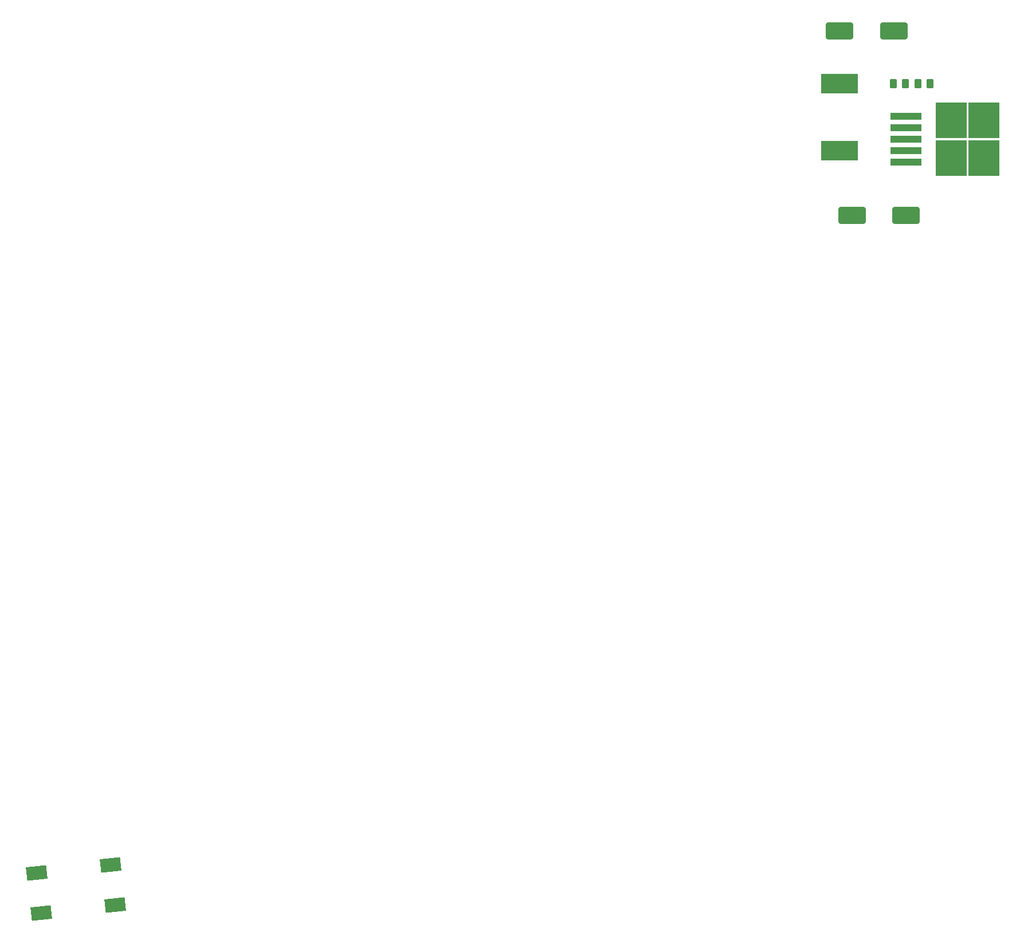
<source format=gbr>
%TF.GenerationSoftware,KiCad,Pcbnew,(6.0.1)*%
%TF.CreationDate,2022-03-18T19:46:04+01:00*%
%TF.ProjectId,pcb_v1,7063625f-7631-42e6-9b69-6361645f7063,v1*%
%TF.SameCoordinates,Original*%
%TF.FileFunction,Paste,Bot*%
%TF.FilePolarity,Positive*%
%FSLAX46Y46*%
G04 Gerber Fmt 4.6, Leading zero omitted, Abs format (unit mm)*
G04 Created by KiCad (PCBNEW (6.0.1)) date 2022-03-18 19:46:04*
%MOMM*%
%LPD*%
G01*
G04 APERTURE LIST*
G04 Aperture macros list*
%AMRoundRect*
0 Rectangle with rounded corners*
0 $1 Rounding radius*
0 $2 $3 $4 $5 $6 $7 $8 $9 X,Y pos of 4 corners*
0 Add a 4 corners polygon primitive as box body*
4,1,4,$2,$3,$4,$5,$6,$7,$8,$9,$2,$3,0*
0 Add four circle primitives for the rounded corners*
1,1,$1+$1,$2,$3*
1,1,$1+$1,$4,$5*
1,1,$1+$1,$6,$7*
1,1,$1+$1,$8,$9*
0 Add four rect primitives between the rounded corners*
20,1,$1+$1,$2,$3,$4,$5,0*
20,1,$1+$1,$4,$5,$6,$7,0*
20,1,$1+$1,$6,$7,$8,$9,0*
20,1,$1+$1,$8,$9,$2,$3,0*%
%AMRotRect*
0 Rectangle, with rotation*
0 The origin of the aperture is its center*
0 $1 length*
0 $2 width*
0 $3 Rotation angle, in degrees counterclockwise*
0 Add horizontal line*
21,1,$1,$2,0,0,$3*%
G04 Aperture macros list end*
%ADD10RoundRect,0.250000X0.262500X0.450000X-0.262500X0.450000X-0.262500X-0.450000X0.262500X-0.450000X0*%
%ADD11RoundRect,0.250000X1.750000X1.000000X-1.750000X1.000000X-1.750000X-1.000000X1.750000X-1.000000X0*%
%ADD12RotRect,3.000000X2.000000X6.300000*%
%ADD13RoundRect,0.250000X-1.750000X-1.000000X1.750000X-1.000000X1.750000X1.000000X-1.750000X1.000000X0*%
%ADD14R,5.400000X2.900000*%
%ADD15R,4.550000X5.250000*%
%ADD16R,4.600000X1.100000*%
G04 APERTURE END LIST*
D10*
%TO.C,R1*%
X195422500Y-52870000D03*
X193597500Y-52870000D03*
%TD*%
D11*
%TO.C,C17*%
X195482500Y-72310000D03*
X187482500Y-72310000D03*
%TD*%
D12*
%TO.C,J7*%
X78614661Y-174292270D03*
X77956255Y-168328504D03*
X67022685Y-169535582D03*
X67681091Y-175499348D03*
%TD*%
D10*
%TO.C,R2*%
X199072500Y-52860000D03*
X197247500Y-52860000D03*
%TD*%
D13*
%TO.C,C18*%
X185657500Y-45060000D03*
X193657500Y-45060000D03*
%TD*%
D14*
%TO.C,L1*%
X185660000Y-62780000D03*
X185660000Y-52880000D03*
%TD*%
D15*
%TO.C,U2*%
X202180000Y-58325000D03*
X207030000Y-58325000D03*
X202180000Y-63875000D03*
X207030000Y-63875000D03*
D16*
X195455000Y-64500000D03*
X195455000Y-62800000D03*
X195455000Y-61100000D03*
X195455000Y-59400000D03*
X195455000Y-57700000D03*
%TD*%
M02*

</source>
